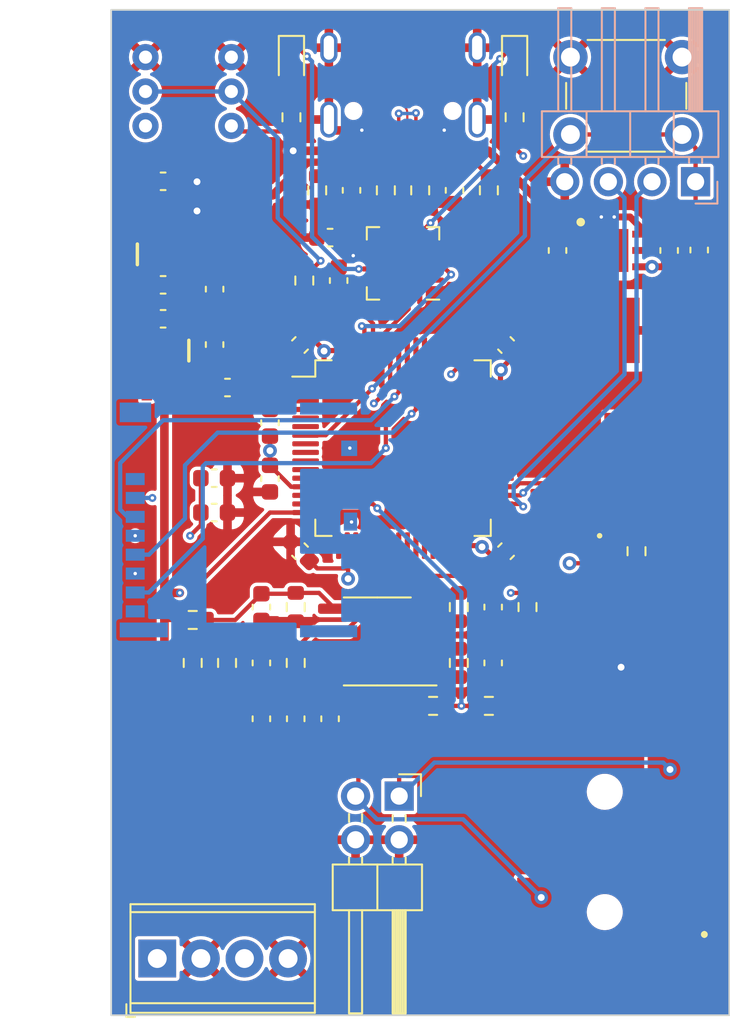
<source format=kicad_pcb>
(kicad_pcb (version 20221018) (generator pcbnew)
  (title_block (title "Signal Generator") (date "2023-01-22") (rev "0"))
  (layers (0 "F.Cu" signal) (1 "In1.Cu" signal) (2 "In2.Cu" signal) (31 "B.Cu" signal) (34 "B.Paste" user) (35 "F.Paste" user) (36 "B.SilkS" user "B.Silkscreen") (37 "F.SilkS" user "F.Silkscreen") (38 "B.Mask" user) (39 "F.Mask" user) (44 "Edge.Cuts" user))
  (net 0 "")
  (net 1 "/USB Connector/USB_D+")
  (net 2 "/SD_Detect")
  (net 3 "GND")
  (net 4 "Net-(D2-K)")
  (net 5 "Net-(U2A-+)")
  (net 6 "Net-(U2B-+)")
  (net 7 "Net-(D1-K)")
  (net 8 "Net-(D3-DIN)")
  (net 10 "/MCU/OSC")
  (net 11 "Net-(U1-USBDM)")
  (net 12 "+3.3V")
  (net 13 "Net-(U1-USBDP)")
  (net 14 "Net-(SW2-B)")
  (net 36 "Net-(D4-A)")
  (net 37 "/MCU/SWCLK")
  (net 38 "+5V")
  (net 50 "/MCU/SWDIO")
  (net 53 "/MCU/UART1_TX")
  (net 55 "/MCU/UART1_RX")
  (net 57 "/USB Connector/USB_D-")
  (net 58 "/USB Connector/CC1")
  (net 59 "/USB Connector/CC2")
  (net 60 "/SD_CS")
  (net 61 "/USB Connector/FT_3V3")
  (net 62 "/SD_MOSI")
  (net 63 "/SD_SCK")
  (net 64 "/SD_MISO")
  (net 65 "/Output Stage/CH1_OUT")
  (net 66 "/DAC2")
  (net 67 "/DAC1")
  (net 68 "/Output Stage/CH2_OUT")
  (net 69 "+12VA")
  (net 70 "/MCU/NRST")
  (net 71 "Net-(D1-A)")
  (net 72 "Net-(D2-A)")
  (net 73 "/ADC1")
  (net 74 "/ADC2")
  (net 75 "/MCU/BOOT0")
  (net 78 "/Power/13.12V")
  (net 85 "Net-(U5-FB)")
  (net 86 "/MCU/LED_DIN")
  (net 87 "Net-(C1-Pad1)")
  (footprint "LED_SMD:LED_0603_1608Metric" (layer "F.Cu") (at 113.5 100.5 -90)
    (fp_text reference "D2" hide)
    (fp_text value "LED Orange" hide)
  )
  (footprint "Capacitor_SMD:C_0603_1608Metric" (layer "F.Cu") (at 104 108 -90)
    (fp_text reference "C5" hide)
    (fp_text value "47p" hide)
  )
  (footprint "Package_DFN_QFN:QFN-16-1EP_4x4mm_P0.65mm_EP2.1x2.1mm" (layer "F.Cu") (at 107 112.25 180)
    (fp_text reference "U1" hide)
    (fp_text value "FT230XQ" hide)
  )
  (footprint "Resistor_SMD:R_0603_1608Metric" (layer "F.Cu") (at 108.75 138)
    (fp_text reference "R9" hide)
    (fp_text value "240k" hide)
  )
  (footprint "Capacitor_SMD:C_0603_1608Metric" (layer "F.Cu") (at 96.775 119.475)
    (fp_text reference "C27" hide)
    (fp_text value "1u" hide)
  )
  (footprint "Signal Generator Components:TLV61048" (layer "F.Cu") (at 93.025 110.475 90)
    (fp_text reference "U5")
    (fp_text value "TLV61048" hide)
  )
  (footprint "Capacitor_SMD:C_0603_1608Metric" (layer "F.Cu") (at 103.25 113.25 90)
    (fp_text reference "C20" hide)
    (fp_text value "4.7u" hide)
  )
  (footprint "Resistor_SMD:R_0603_1608Metric" (layer "F.Cu") (at 106 108 -90)
    (fp_text reference "R5" hide)
    (fp_text value "27" hide)
  )
  (footprint "Capacitor_SMD:C_0603_1608Metric" (layer "F.Cu") (at 102.75 110.75 180)
    (fp_text reference "C6" hide)
    (fp_text value "100n" hide)
  )
  (footprint "Capacitor_SMD:C_0603_1608Metric" (layer "F.Cu") (at 93.025 113.5)
    (fp_text reference "R19" hide)
    (fp_text value "1.54M" hide)
  )
  (footprint "Signal Generator Components:XAL4030" (layer "F.Cu") (at 97.525 109.475 -90)
    (fp_text reference "L1")
    (fp_text value "4.7u" hide)
  )
  (footprint "Capacitor_SMD:C_0603_1608Metric" (layer "F.Cu") (at 98.75 135.5 -90)
    (fp_text reference "C9" hide)
    (fp_text value "0.5p" hide)
  )
  (footprint "Signal Generator Components:USB4105-GF-A" (layer "F.Cu") (at 107 99.7 180)
    (fp_text reference "J5")
    (fp_text value "USB_C_Receptacle_USB2.0" hide)
  )
  (footprint "Resistor_SMD:R_0603_1608Metric" (layer "F.Cu") (at 96.75 135.5 90)
    (fp_text reference "R14" hide)
    (fp_text value "240k" hide)
  )
  (footprint "Capacitor_SMD:C_0603_1608Metric" (layer "F.Cu") (at 124.25 111.475 -90)
    (fp_text reference "C22" hide)
    (fp_text value "100n" hide)
  )
  (footprint "Resistor_SMD:R_0603_1608Metric" (layer "F.Cu") (at 101.25 113.25 90)
    (fp_text reference "R18" hide)
    (fp_text value "10k" hide)
  )
  (footprint "Signal Generator Components:WCAP-PSHP" (layer "F.Cu") (at 119.75 119.5 90)
    (fp_text reference "C1")
    (fp_text value "330u" hide)
  )
  (footprint "Capacitor_SMD:C_0603_1608Metric" (layer "F.Cu") (at 99.25 121.525 90)
    (fp_text reference "C14" hide)
    (fp_text value "10n" hide)
  )
  (footprint "Resistor_SMD:R_0603_1608Metric" (layer "F.Cu") (at 94.75 133 180)
    (fp_text reference "R13" hide)
    (fp_text value "4.75k" hide)
  )
  (footprint "Capacitor_SMD:C_0603_1608Metric" (layer "F.Cu") (at 113 129 45)
    (fp_text reference "C18" hide)
    (fp_text value "100n" hide)
  )
  (footprint "Capacitor_SMD:C_0603_1608Metric" (layer "F.Cu") (at 99.25 124.775 -90)
    (fp_text reference "C19" hide)
    (fp_text value "1u" hide)
  )
  (footprint "Resistor_SMD:R_0603_1608Metric" (layer "F.Cu") (at 112 138)
    (fp_text reference "R11" hide)
    (fp_text value "91k" hide)
  )
  (footprint "Capacitor_SMD:C_0603_1608Metric" (layer "F.Cu") (at 112.25 132.25 90)
    (fp_text reference "C8" hide)
    (fp_text value "100n" hide)
  )
  (footprint "Signal Generator Components:LDK320AM120R" (layer "F.Cu") (at 93.025 118.475 -90)
    (fp_text reference "U6")
    (fp_text value "LDK320AM120R" hide)
  )
  (footprint "Resistor_SMD:R_0603_1608Metric" (layer "F.Cu") (at 100.75 135.5 -90)
    (fp_text reference "R12" hide)
    (fp_text value "46.4k" hide)
  )
  (footprint "Signal Generator Components:BZT52C10-TP" (layer "F.Cu") (at 98.275 115.1 90)
    (fp_text reference "D4")
    (fp_text value "D_Zener" hide)
  )
  (footprint "Resistor_SMD:R_0603_1608Metric" (layer "F.Cu") (at 102 108 -90)
    (fp_text reference "R1" hide)
    (fp_text value "5.1k" hide)
  )
  (footprint "Resistor_SMD:R_0603_1608Metric" (layer "F.Cu") (at 110.25 132.25 -90)
    (fp_text reference "R10" hide)
    (fp_text value "1.33k" hide)
  )
  (footprint "Resistor_SMD:R_0603_1608Metric" (layer "F.Cu") (at 94.75 135.5 -90)
    (fp_text reference "R16" hide)
    (fp_text value "91k" hide)
  )
  (footprint "Signal Generator Components:SJ-3523-SMT-TR" (layer "F.Cu") (at 118.75 153.5 90)
    (fp_text reference "J1")
    (fp_text value "AudioJack3" hide)
  )
  (footprint "Resistor_SMD:R_0603_1608Metric" (layer "F.Cu") (at 100.5 103.75 90)
    (fp_text reference "R3" hide)
    (fp_text value "3.32" hide)
  )
  (footprint "Capacitor_SMD:C_0603_1608Metric" (layer "F.Cu") (at 102.75 138.75 -90)
    (fp_text reference "C10" hide)
    (fp_text value "100p" hide)
  )
  (footprint "Capacitor_SMD:C_0603_1608Metric" (layer "F.Cu") (at 122.5 111.5 90)
    (fp_text reference "C24" hide)
    (fp_text value "1u" hide)
  )
  (footprint "Capacitor_SMD:C_0603_1608Metric" (layer "F.Cu") (at 98.75 132.25 -90)
    (fp_text reference "C13" hide)
    (fp_text value "100n" hide)
  )
  (footprint "Capacitor_SMD:C_0603_1608Metric" (layer "F.Cu") (at 96 126.75)
    (fp_text reference "C3" hide)
    (fp_text value "100n" hide)
  )
  (footprint "Resistor_SMD:R_0603_1608Metric" (layer "F.Cu") (at 114.25 132.25 90)
    (fp_text reference "R8" hide)
    (fp_text value "4.75k" hide)
  )
  (footprint "Capacitor_SMD:C_0603_1608Metric" (layer "F.Cu") (at 96 124.75)
    (fp_text reference "C2" hide)
    (fp_text value "10u" hide)
  )
  (footprint "Signal Generator Components:LD39050PU33R" (layer "F.Cu") (at 119.25 111.5)
    (fp_text reference "U4")
    (fp_text value "LD39050PU33R" hide)
  )
  (footprint "Resistor_SMD:R_0603_1608Metric" (layer "F.Cu") (at 110.25 135.5 -90)
    (fp_text reference "R7" hide)
    (fp_text value "46.4k" hide)
  )
  (footprint "Resistor_SMD:R_0603_1608Metric" (layer "F.Cu") (at 108 108 90)
    (fp_text reference "R6" hide)
    (fp_text value "27" hide)
  )
  (footprint "Capacitor_SMD:C_0603_1608Metric" (layer "F.Cu") (at 101 117 -135)
    (fp_text reference "C16" hide)
    (fp_text value "100n" hide)
  )
  (footprint "Package_SO:SOIC-8_3.9x4.9mm_P1.27mm" (layer "F.Cu") (at 105.5 134.25 180)
    (fp_text reference "U2" hide)
    (fp_text value "Opamp_Dual" hide)
  )
  (footprint "Package_QFP:LQFP-64_10x10mm_P0.5mm" (layer "F.Cu") (at 107 123)
    (fp_text reference "U3" hide)
    (fp_text value "STM32F103RBTx" hide)
  )
  (footprint "Capacitor_SMD:C_0603_1608Metric" (layer "F.Cu") (at 93.025 115.475)
    (fp_text reference "C28" hide)
    (fp_text value "1u" hide)
  )
  (footprint "Capacitor_SMD:C_0603_1608Metric" (layer "F.Cu") (at 93.025 107.475 180)
    (fp_text reference "C25" hide)
    (fp_text value "1u" hide)
  )
  (footprint "Resistor_SMD:R_0603_1608Metric" (layer "F.Cu") (at 112 108 90)
    (fp_text reference "R2" hide)
    (fp_text value "5.1k" hide)
  )
  (footprint "LED_SMD:LED_0603_1608Metric" (layer "F.Cu") (at 100.5 100.5 -90)
    (fp_text reference "D1" hide)
    (fp_text value "LED Blue" hide)
  )
  (footprint "Capacitor_SMD:C_0603_1608Metric" (layer "F.Cu") (at 110 108 -90)
    (fp_text reference "C4" hide)
    (fp_text value "47p" hide)
  )
  (footprint "Capacitor_SMD:C_0603_1608Metric" (layer "F.Cu") (at 98.75 138.75 -90)
    (fp_text reference "C12" hide)
    (fp_text value "6.8u" hide)
  )
  (footprint "Capacitor_SMD:C_0603_1608Metric" (layer "F.Cu") (at 96.025 113.75 -90)
    (fp_text reference "R20" hide)
    (fp_text value "100k" hide)
  )
  (footprint "Resistor_SMD:R_0603_1608Metric" (layer "F.Cu") (at 113.5 103.75 -90)
    (fp_text reference "R4" hide)
    (fp_text value "43.2" hide)
  )
  (footprint "Connector_PinHeader_2.54mm:PinHeader_2x02_P2.54mm_Horizontal" (layer "F.Cu") (at 106.775 143.25 -90)
    (fp_text reference "J2" hide)
    (fp_text value "Conn_02x02_Odd_Even" hide)
  )
  (footprint "Button_Switch_THT:SW_PUSH_6mm_H5mm" (layer "F.Cu") (at 116.75 100.25)
    (fp_text reference "SW1" hide)
    (fp_text value "SW_Push" hide)
  )
  (footprint "Capacitor_SMD:C_0603_1608Metric" (layer "F.Cu") (at 116 111.5 -90)
    (fp_text reference "C23" hide)
    (fp_text value "1u" hide)
  )
  (footprint "TerminalBlock_Phoenix:TerminalBlock_Phoenix_MPT-0,5-4-2.54_1x04_P2.54mm_Horizontal" (layer "F.Cu") (at 92.685 152.7)
    (fp_text reference "J3" hide)
    (fp_text value "Screw_Terminal_01x04" hide)
  )
  (footprint "Signal Generator Components:TG2520SMN_16.0000M-MCGNNM0" (layer "F.Cu") (at 116.75 129 180)
    (fp_text reference "Y1")
    (fp_text value "TG2520SMN_16.0000M-MCGNNM0" hide)
  )
  (footprint "Capacitor_SMD:C_0603_1608Metric" (layer "F.Cu") (at 100.75 138.75 -90)
    (fp_text reference "C11" hide)
    (fp_text value "100n" hide)
  )
  (footprint "Signal Generator Components:IN-PI55QA" (layer "F.Cu") (at 119.15 134.15)
    (fp_text reference "D3")
    (fp_text value "IN-PI55QA" hide)
  )
  (footprint "Capacitor_SMD:C_0603_1608Metric" (layer "F.Cu") (at 96.025 116.975 90)
    (fp_text reference "C26" hide)
    (fp_text value "10u" hide)
  )
  (footprint "Signal Generator Components:Push Button Switch 7x7mm" (layer "F.Cu") (at 91 98.75)
    (fp_text reference "SW2")
    (fp_text value "SW_SPDT" hide)
  )
  (footprint "Resistor_SMD:R_0603_1608Metric" (layer "F.Cu") (at 100.75 132.25 90)
    (fp_text reference "R15" hide)
    (fp_text value "1.33k" hide)
  )
  (footprint "Capacitor_SMD:C_0603_1608Metric" (layer "F.Cu") (at 113 117 135)
    (fp_text reference "C17" hide)
    (fp_text value "100n" hide)
  )
  (footprint "Resistor_SMD:R_0603_1608Metric" (layer "F.Cu") (at 120.6 129 -90)
    (fp_text reference "R17" hide)
    (fp_text value "1k" hide)
  )
  (footprint "Capacitor_SMD:C_0603_1608Metric" (layer "F.Cu") (at 101 129 135)
    (fp_text reference "C15" hide)
    (fp_text value "100n" hide)
  )
  (footprint "Capacitor_SMD:C_0603_1608Metric" (layer "F.Cu") (at 112.25 135.5 -90)
    (fp_text reference "C7" hide)
    (fp_text value "0.5p" hide)
  )
  (footprint "Connector_PinHeader_2.54mm:PinHeader_1x04_P2.54mm_Horizontal" (layer "B.Cu") (at 124.04 107.5 90)
    (fp_text reference "J6" hide)
    (fp_text value "Conn_01x04" hide)
  )
  (footprint "Signal Generator Components:MEM2080-00-128-00-A" (layer "B.Cu") (at 97.015 127.18 -90)
    (fp_text reference "J4")
    (fp_text value "MEM2080-00-128-00-A" hide)
  )
  (gr_rect (start 90 97.5) (end 126 156) (stroke (width 0.1)) (fill none) (layer "Edge.Cuts"))
  (segment (start 106.25 104.38) (end 106.25 103.5) (width 0.125) (layer "F.Cu") (net 1))
  (segment (start 107.25 103.5) (end 107.25 104.38) (width 0.125) (layer "F.Cu") (net 1))
  (segment (start 108.225 107.225) (end 107.25 106.25) (width 0.2) (layer "F.Cu") (net 1))
  (segment (start 110 107.225) (end 108.225 107.225) (width 0.2) (layer "F.Cu") (net 1))
  (segment (start 107.25 106.25) (end 107.25 104.455) (width 0.2) (layer "F.Cu") (net 1))
  (arc (start 106.75 103) (mid 106.396447 103.146447) (end 106.25 103.5) (width 0.125) (layer "F.Cu") (net 1))
  (arc (start 106.75 103) (mid 107.103553 103.146447) (end 107.25 103.5) (width 0.125) (layer "F.Cu") (net 1))
  (segment (start 105.315111 120.4) (end 105.3 120.4) (width 0.25) (layer "F.Cu") (net 2))
  (segment (start 106.25 119.465111) (end 105.315111 120.4) (width 0.25) (layer "F.Cu") (net 2))
  (segment (start 106.25 117.325) (end 106.25 119.465111) (width 0.25) (layer "F.Cu") (net 2))
  (via (at 104 127.3) (size 0.46) (drill 0.2) (layers "F.Cu" "B.Cu") (net 2))
  (via (at 105.3 120.4) (size 0.46) (drill 0.2) (layers "F.Cu" "B.Cu") (net 2))
  (via (at 103.9 123) (size 0.46) (drill 0.2) (layers "F.Cu" "B.Cu") (net 3))
  (via (at 91.4 130.3) (size 0.46) (drill 0.2) (layers "F.Cu" "B.Cu") (net 3))
  (segment (start 108.2 110.3) (end 108.6 109.9) (width 0.25) (layer "F.Cu") (net 4))
  (segment (start 112.65 100.35) (end 113.2875 99.7125) (width 0.25) (layer "F.Cu") (net 4))
  (segment (start 107.975 110.3) (end 108.2 110.3) (width 0.25) (layer "F.Cu") (net 4))
  (segment (start 113.2875 99.7125) (end 113.5 99.7125) (width 0.25) (layer "F.Cu") (net 4))
  (via (at 108.6 109.9) (size 0.46) (drill 0.2) (layers "F.Cu" "B.Cu") (net 4))
  (via (at 112.65 100.35) (size 0.46) (drill 0.2) (layers "F.Cu" "B.Cu") (net 4))
  (segment (start 112.3 106.2) (end 108.6 109.9) (width 0.25) (layer "B.Cu") (net 4))
  (segment (start 112.65 100.35) (end 112.3 100.7) (width 0.25) (layer "B.Cu") (net 4))
  (segment (start 112.3 100.7) (end 112.3 106.2) (width 0.25) (layer "B.Cu") (net 4))
  (segment (start 107.975 133.615) (end 109.71 133.615) (width 0.25) (layer "F.Cu") (net 5))
  (segment (start 112.2 133.075) (end 112.25 133.025) (width 0.25) (layer "F.Cu") (net 5))
  (segment (start 110.25 133.075) (end 112.2 133.075) (width 0.25) (layer "F.Cu") (net 5))
  (segment (start 114.25 133.075) (end 112.3 133.075) (width 0.25) (layer "F.Cu") (net 5))
  (segment (start 112.3 133.075) (end 112.25 133.025) (width 0.25) (layer "F.Cu") (net 5))
  (segment (start 109.71 133.615) (end 110.25 133.075) (width 0.25) (layer "F.Cu") (net 5))
  (segment (start 100.75 131.425) (end 102.105 131.425) (width 0.25) (layer "F.Cu") (net 6))
  (segment (start 102.105 131.425) (end 103.025 132.345) (width 0.25) (layer "F.Cu") (net 6))
  (segment (start 95.575 133) (end 97.225 133) (width 0.25) (layer "F.Cu") (net 6))
  (segment (start 97.225 133) (end 98.75 131.475) (width 0.25) (layer "F.Cu") (net 6))
  (segment (start 98.75 131.475) (end 100.7 131.475) (width 0.25) (layer "F.Cu") (net 6))
  (segment (start 100.7 131.475) (end 100.75 131.425) (width 0.25) (layer "F.Cu") (net 6))
  (segment (start 100.9125 99.7125) (end 100.5 99.7125) (width 0.25) (layer "F.Cu") (net 7))
  (segment (start 104.425 112.575) (end 105.05 112.575) (width 0.25) (layer "F.Cu") (net 7))
  (segment (start 101.4 100.2) (end 100.9125 99.7125) (width 0.25) (layer "F.Cu") (net 7))
  (via (at 104.425 112.575) (size 0.46) (drill 0.2) (layers "F.Cu" "B.Cu") (net 7))
  (via (at 101.4 100.2) (size 0.46) (drill 0.2) (layers "F.Cu" "B.Cu") (net 7))
  (segment (start 101.7 100.5) (end 101.7 110.7) (width 0.25) (layer "B.Cu") (net 7))
  (segment (start 103.575 112.575) (end 104.425 112.575) (width 0.25) (layer "B.Cu") (net 7))
  (segment (start 101.7 110.7) (end 103.575 112.575) (width 0.25) (layer "B.Cu") (net 7))
  (segment (start 101.4 100.2) (end 101.7 100.5) (width 0.25) (layer "B.Cu") (net 7))
  (segment (start 117.825 134.875) (end 116.95 135.75) (width 0.25) (layer "F.Cu") (net 8))
  (segment (start 120.6 129.825) (end 121.525 129.825) (width 0.25) (layer "F.Cu") (net 8))
  (segment (start 123.25 131.55) (end 123.25 133.95) (width 0.25) (layer "F.Cu") (net 8))
  (segment (start 122.325 134.875) (end 117.825 134.875) (width 0.25) (layer "F.Cu") (net 8))
  (segment (start 121.525 129.825) (end 123.25 131.55) (width 0.25) (layer "F.Cu") (net 8))
  (segment (start 123.25 133.95) (end 122.325 134.875) (width 0.25) (layer "F.Cu") (net 8))
  (segment (start 114.966116 130.433884) (end 115.7 129.7) (width 0.25) (layer "F.Cu") (net 10))
  (segment (start 107.25 128.675) (end 107.25 129.515685) (width 0.25) (layer "F.Cu") (net 10))
  (segment (start 108.168199 130.433884) (end 114.966116 130.433884) (width 0.25) (layer "F.Cu") (net 10))
  (segment (start 107.25 129.515685) (end 108.168199 130.433884) (width 0.25) (layer "F.Cu") (net 10))
  (segment (start 106.675 109.5) (end 106.675 110.3) (width 0.25) (layer "F.Cu") (net 11))
  (segment (start 106 108.825) (end 106.675 109.5) (width 0.25) (layer "F.Cu") (net 11))
  (segment (start 101.548008 116.451992) (end 102.421016 117.325) (width 0.3) (layer "F.Cu") (net 12))
  (segment (start 97.325 104.575) (end 97 104.25) (width 0.25) (layer "F.Cu") (net 12))
  (segment (start 95.225 127.475) (end 94.6 128.1) (width 0.25) (layer "F.Cu") (net 12))
  (segment (start 103.8 130.034315) (end 103.765685 130) (width 0.25) (layer "F.Cu") (net 12))
  (segment (start 95.225 124.75) (end 95.225 126.75) (width 0.25) (layer "F.Cu") (net 12))
  (segment (start 102.4 117.35) (end 102.4 118.175) (width 0.3) (layer "F.Cu") (net 12))
  (segment (start 102.4 117.3) (end 102.4 117.35) (width 0.3) (layer "F.Cu") (net 12))
  (segment (start 99.25 124.015685) (end 100.484315 125.25) (width 0.25) (layer "F.Cu") (net 12))
  (segment (start 113.5 105.5) (end 114 106) (width 0.25) (layer "F.Cu") (net 12))
  (segment (start 99.25 124) (end 99.25 124.015685) (width 0.25) (layer "F.Cu") (net 12))
  (segment (start 102 130) (end 101.548008 129.548008) (width 0.25) (layer "F.Cu") (net 12))
  (segment (start 111.603984 128.7) (end 111.6 128.7) (width 0.3) (layer "F.Cu") (net 12))
  (segment (start 112.675 118.475) (end 112.7 118.45) (width 0.3) (layer "F.Cu") (net 12))
  (segment (start 112.675 118.421016) (end 112.696016 118.4) (width 0.3) (layer "F.Cu") (net 12))
  (segment (start 112.7 118.396016) (end 113.548008 117.548008) (width 0.3) (layer "F.Cu") (net 12))
  (segment (start 113.5 104.575) (end 113.5 105.5) (width 0.25) (layer "F.Cu") (net 12))
  (segment (start 99.25 122.3) (end 99.25 123.15) (width 0.25) (layer "F.Cu") (net 12))
  (segment (start 112.675 119.25) (end 112.675 118.475) (width 0.3) (layer "F.Cu") (net 12))
  (segment (start 121.5 112.45) (end 122.325 112.45) (width 0.4) (layer "F.Cu") (net 12))
  (segment (start 112.7 118.45) (end 112.675 118.425) (width 0.3) (layer "F.Cu") (net 12))
  (segment (start 102.421016 117.325) (end 103.25 117.325) (width 0.3) (layer "F.Cu") (net 12))
  (segment (start 102.396016 117.3) (end 102.4 117.3) (width 0.3) (layer "F.Cu") (net 12))
  (segment (start 104.25 128.675) (end 104.25 129.515685) (width 0.25) (layer "F.Cu") (net 12))
  (segment (start 120.75 112.45) (end 121.5 112.45) (width 0.4) (layer "F.Cu") (net 12))
  (segment (start 111.6 128.696016) (end 111.603984 128.7) (width 0.3) (layer "F.Cu") (net 12))
  (segment (start 122.325 112.45) (end 122.5 112.275) (width 0.4) (layer "F.Cu") (net 12))
  (segment (start 112.451992 129.548008) (end 111.653984 128.75) (width 0.3) (layer "F.Cu") (net 12))
  (segment (start 111.578984 128.675) (end 110.75 128.675) (width 0.3) (layer "F.Cu") (net 12))
  (segment (start 111.6 128.696016) (end 111.578984 128.675) (width 0.3) (layer "F.Cu") (net 12))
  (segment (start 100.5 104.575) (end 97.325 104.575) (width 0.25) (layer "F.Cu") (net 12))
  (segment (start 99.25 123.15) (end 99.25 124) (width 0.25) (layer "F.Cu") (net 12))
  (segment (start 111.6 128.75) (end 111.6 128.696016) (width 0.3) (layer "F.Cu") (net 12))
  (segment (start 102.4 118.175) (end 101.325 119.25) (width 0.3) (layer "F.Cu") (net 12))
  (segment (start 101.548008 116.451992) (end 102.396016 117.3) (width 0.3) (layer "F.Cu") (net 12))
  (segment (start 112.696016 118.4) (end 112.7 118.4) (width 0.3) (layer "F.Cu") (net 12))
  (segment (start 111.6 128.7) (end 111.6 128.696016) (width 0.3) (layer "F.Cu") (net 12))
  (segment (start 112.675 118.425) (end 112.675 118.421016) (width 0.3) (layer "F.Cu") (net 12))
  (segment (start 103.8 130.6) (end 103.8 130.034315) (width 0.25) (layer "F.Cu") (net 12))
  (segment (start 111.653984 128.75) (end 111.6 128.75) (width 0.3) (layer "F.Cu") (net 12))
  (segment (start 100.484315 125.25) (end 101.325 125.25) (width 0.25) (layer "F.Cu") (net 12))
  (segment (start 95.225 126.75) (end 95.225 127.475) (width 0.25) (layer "F.Cu") (net 12))
  (segment (start 103.765685 130) (end 102 130) (width 0.25) (layer "F.Cu") (net 12))
  (segment (start 104.25 129.515685) (end 103.765685 130) (width 0.25) (layer "F.Cu") (net 12))
  (segment (start 112.7 118.4) (end 112.7 118.396016) (width 0.3) (layer "F.Cu") (net 12))
  (segment (start 117.8 129.7) (end 116.7 129.7) (width 0.25) (layer "F.Cu") (net 12))
  (via (at 99.25 123.15) (size 0.8) (drill 0.4) (layers "F.Cu" "B.Cu") (net 12))
  (via (at 116.7 129.7) (size 0.8) (drill 0.4) (layers "F.Cu" "B.Cu") (net 12))
  (via (at 121.5 112.45) (size 0.8) (drill 0.4) (layers "F.Cu" "B.Cu") (net 12))
  (via (at 112.7 118.45) (size 0.8) (drill 0.4) (layers "F.Cu" "B.Cu") (net 12))
  (via (at 91.4 128.1) (size 0.46) (drill 0.2) (layers "F.Cu" "B.Cu") (net 12))
  (via (at 103.8 130.6) (size 0.8) (drill 0.4) (layers "F.Cu" "B.Cu") (net 12))
  (via (at 111.6 128.75) (size 0.8) (drill 0.4) (layers "F.Cu" "B.Cu") (net 12))
  (via (at 94.6 128.1) (size 0.46) (drill 0.2) (layers "F.Cu" "B.Cu") (net 12))
  (via (at 114 106) (size 0.46) (drill 0.2) (layers "F.Cu" "B.Cu") (net 12))
  (via (at 102.4 117.35) (size 0.8) (drill 0.4) (layers "F.Cu" "B.Cu") (net 12))
  (segment (start 108 108.825) (end 107.325 109.5) (width 0.25) (layer "F.Cu") (net 13))
  (segment (start 107.325 109.5) (end 107.325 110.3) (width 0.25) (layer "F.Cu") (net 13))
  (segment (start 101.25 112.425) (end 101.875 112.425) (width 0.25) (layer "F.Cu") (net 14))
  (segment (start 101.875 112.425) (end 102.2 112.1) (width 0.25) (layer "F.Cu") (net 14))
  (via (at 102.2 112.1) (size 0.46) (drill 0.2) (layers "F.Cu" "B.Cu") (net 14))
  (segment (start 97 102.25) (end 92 102.25) (width 0.25) (layer "B.Cu") (net 14))
  (segment (start 99.7 104.95) (end 97 102.25) (width 0.25) (layer "B.Cu") (net 14))
  (segment (start 102.2 112.1) (end 99.7 109.6) (width 0.25) (layer "B.Cu") (net 14))
  (segment (start 99.7 109.6) (end 99.7 104.95) (width 0.25) (layer "B.Cu") (net 14))
  (segment (start 112.675 125.75) (end 113.85 125.75) (width 0.25) (layer "F.Cu") (net 37))
  (segment (start 113.85 125.75) (end 114 125.6) (width 0.25) (layer "F.Cu") (net 37))
  (via (at 114 125.6) (size 0.46) (drill 0.2) (layers "F.Cu" "B.Cu") (net 37))
  (segment (start 114 125.6) (end 120.6 119) (width 0.25) (layer "B.Cu") (net 37))
  (segment (start 120.6 119) (end 120.6 108.4) (width 0.25) (layer "B.Cu") (net 37))
  (segment (start 120.6 108.4) (end 121.5 107.5) (width 0.25) (layer "B.Cu") (net 37))
  (segment (start 121.35 135.75) (end 119.7 135.75) (width 0.25) (layer "F.Cu") (net 38))
  (segment (start 120.75 110.075) (end 120.75 110.55) (width 0.4) (layer "F.Cu") (net 38))
  (segment (start 116 109.725) (end 116 110.725) (width 0.5) (layer "F.Cu") (net 38))
  (segment (start 99.41 108.29) (end 97.525 108.29) (width 0.5) (layer "F.Cu") (net 38))
  (segment (start 104.225 111.925) (end 104.1 111.8) (width 0.25) (layer "F.Cu") (net 38))
  (segment (start 100.6 105.7) (end 100.6 107.1) (width 0.5) (layer "F.Cu") (net 38))
  (segment (start 104.18 105.7) (end 104.6 105.28) (width 0.5) (layer "F.Cu") (net 38))
  (segment (start 117.75 110.55) (end 116.175 110.55) (width 0.4) (layer "F.Cu") (net 38))
  (segment (start 116.175 110.55) (end 116 110.725) (width 0.4) (layer "F.Cu") (net 38))
  (segment (start 109.82 105.7) (end 111.975 105.7) (width 0.5) (layer "F.Cu") (net 38))
  (segment (start 105.05 111.925) (end 104.225 111.925) (width 0.25) (layer "F.Cu") (net 38))
  (segment (start 109.4 105.28) (end 109.82 105.7) (width 0.5) (layer "F.Cu") (net 38))
  (segment (start 100.6 105.7) (end 104.18 105.7) (width 0.5) (layer "F.Cu") (net 38))
  (segment (start 117.75 109.95) (end 118.15 109.55) (width 0.4) (layer "F.Cu") (net 38))
  (segment (start 111.975 105.7) (end 116 109.725) (width 0.5) (layer "F.Cu") (net 38))
  (segment (start 109.4 104.5) (end 109.4 105.28) (width 0.5) (layer "F.Cu") (net 38))
  (segment (start 117.75 110.55) (end 117.75 109.95) (width 0.4) (layer "F.Cu") (net 38))
  (segment (start 118.15 109.55) (end 118.55 109.55) (width 0.4) (layer "F.Cu") (net 38))
  (segment (start 104.6 104.5) (end 104.6 104.455) (width 0.5) (layer "F.Cu") (net 38))
  (segment (start 120.225 109.55) (end 120.75 110.075) (width 0.4) (layer "F.Cu") (net 38))
  (segment (start 118.55 109.55) (end 119.3 109.55) (width 0.4) (layer "F.Cu") (net 38))
  (segment (start 119.3 109.55) (end 120.225 109.55) (width 0.4) (layer "F.Cu") (net 38))
  (segment (start 104.6 105.28) (end 104.6 104.5) (width 0.5) (layer "F.Cu") (net 38))
  (segment (start 100.6 107.1) (end 99.41 108.29) (width 0.5) (layer "F.Cu") (net 38))
  (via (at 118.55 109.55) (size 0.46) (drill 0.2) (layers "F.Cu" "B.Cu") (net 38))
  (via (at 104.6 104.5) (size 0.46) (drill 0.2) (layers "F.Cu" "B.Cu") (net 38))
  (via (at 95 107.5) (size 0.8) (drill 0.4) (layers "F.Cu" "B.Cu") (net 38))
  (via (at 104.1 111.8) (size 0.46) (drill 0.2) (layers "F.Cu" "B.Cu") (net 38))
  (via (at 119.3 109.55) (size 0.46) (drill 0.2) (layers "F.Cu" "B.Cu") (net 38))
  (via (at 119.7 135.75) (size 0.8) (drill 0.4) (layers "F.Cu" "B.Cu") (net 38))
  (via (at 95 109.2) (size 0.8) (drill 0.4) (layers "F.Cu" "B.Cu") (net 38))
  (via (at 100.6 105.7) (size 0.8) (drill 0.4) (layers "F.Cu" "B.Cu") (net 38))
  (via (at 109.4 104.5) (size 0.46) (drill 0.2) (layers "F.Cu" "B.Cu") (net 38))
  (segment (start 114 126.4) (end 113.85 126.25) (width 0.25) (layer "F.Cu") (net 50))
  (segment (start 113.85 126.25) (end 112.675 126.25) (width 0.25) (layer "F.Cu") (net 50))
  (via (at 114 126.4) (size 0.46) (drill 0.2) (layers "F.Cu" "B.Cu") (net 50))
  (segment (start 114 126.4) (end 113.445 125.845) (width 0.25) (layer "B.Cu") (net 50))
  (segment (start 119.9 118.7) (end 119.9 108.44) (width 0.25) (layer "B.Cu") (net 50))
  (segment (start 119.9 108.44) (end 118.96 107.5) (width 0.25) (layer "B.Cu") (net 50))
  (segment (start 113.445 125.845) (end 113.445 125.155) (width 0.25) (layer "B.Cu") (net 50))
  (segment (start 113.445 125.155) (end 119.9 118.7) (width 0.25) (layer "B.Cu") (net 50))
  (segment (start 105.75 117.325) (end 105.75 116.484315) (width 0.25) (layer "F.Cu") (net 53))
  (segment (start 107.325 114.909315) (end 107.325 114.2) (width 0.25) (layer "F.Cu") (net 53))
  (segment (start 105.75 116.484315) (end 107.325 114.909315) (width 0.25) (layer "F.Cu") (net 53))
  (segment (start 104.75 116.05) (end 104.75 117.325) (width 0.25) (layer "F.Cu") (net 55))
  (segment (start 109.475 112.575) (end 108.95 112.575) (width 0.25) (layer "F.Cu") (net 55))
  (segment (start 109.8 112.9) (end 109.475 112.575) (width 0.25) (layer "F.Cu") (net 55))
  (segment (start 104.6 115.9) (end 104.75 116.05) (width 0.25) (layer "F.Cu") (net 55))
  (via (at 109.8 112.9) (size 0.46) (drill 0.2) (layers "F.Cu" "B.Cu") (net 55))
  (via (at 104.6 115.9) (size 0.46) (drill 0.2) (layers "F.Cu" "B.Cu") (net 55))
  (segment (start 109.8 112.9) (end 106.8 115.9) (width 0.25) (layer "B.Cu") (net 55))
  (segment (start 106.8 115.9) (end 104.6 115.9) (width 0.25) (layer "B.Cu") (net 55))
  (segment (start 107.75 103.5) (end 107.75 104.38) (width 0.2) (layer "F.Cu") (net 57))
  (segment (start 105.775 107.225) (end 106.75 106.25) (width 0.2) (layer "F.Cu") (net 57))
  (segment (start 104 107.225) (end 105.775 107.225) (width 0.2) (layer "F.Cu") (net 57))
  (segment (start 106.75 106.25) (end 106.75 103.52678) (width 0.2) (layer "F.Cu") (net 57))
  (via (at 107.75 103.5) (size 0.46) (drill 0.2) (layers "F.Cu" "B.Cu") (net 57))
  (via (at 106.75 103.52678) (size 0.46) (drill 0.2) (layers "F.Cu" "B.Cu") (net 57))
  (segment (start 107.72 103.53) (end 106.75322 103.53) (width 0.2) (layer "B.Cu") (net 57))
  (segment (start 107.75 103.5) (end 107.72 103.53) (width 0.2) (layer "B.Cu") (net 57))
  (segment (start 106.75322 103.53) (end 106.75 103.52678) (width 0.2) (layer "B.Cu") (net 57))
  (segment (start 111.105 106.28) (end 112 107.175) (width 0.25) (layer "F.Cu") (net 58))
  (segment (start 108.25 104.455) (end 108.25 106.255) (width 0.25) (layer "F.Cu") (net 58))
  (segment (start 108.25 106.255) (end 108.275 106.28) (width 0.25) (layer "F.Cu") (net 58))
  (segment (start 108.275 106.28) (end 111.105 106.28) (width 0.25) (layer "F.Cu") (net 58))
  (segment (start 102.895 106.28) (end 102 107.175) (width 0.25) (layer "F.Cu") (net 59))
  (segment (start 105.25 106.255) (end 105.225 106.28) (width 0.25) (layer "F.Cu") (net 59))
  (segment (start 105.225 106.28) (end 102.895 106.28) (width 0.25) (layer "F.Cu") (net 59))
  (segment (start 105.25 104.455) (end 105.25 106.255) (width 0.25) (layer "F.Cu") (net 59))
  (segment (start 109.8 118.7) (end 110.25 118.25) (width 0.25) (layer "F.Cu") (net 60))
  (segment (start 110.25 118.25) (end 110.25 117.325) (width 0.25) (layer "F.Cu") (net 60))
  (via (at 92.4 125.9) (size 0.46) (drill 0.2) (layers "F.Cu" "B.Cu") (net 60))
  (via (at 109.8 118.7) (size 0.46) (drill 0.2) (layers "F.Cu" "B.Cu") (net 60))
  (segment (start 91.4 125.9) (end 92.4 125.9) (width 0.25) (layer "B.Cu") (net 60))
  (segment (start 103.525 110.75) (end 104.525 110.75) (width 0.25) (layer "F.Cu") (net 61))
  (segment (start 104.525 110.75) (end 105.05 111.275) (width 0.25) (layer "F.Cu") (net 61))
  (segment (start 106.025 110.5125) (end 105.2625 111.275) (width 0.25) (layer "F.Cu") (net 61))
  (segment (start 105.2625 111.275) (end 105.05 111.275) (width 0.25) (layer "F.Cu") (net 61))
  (segment (start 106.025 110.3) (end 106.025 110.5125) (width 0.25) (layer "F.Cu") (net 61))
  (segment (start 106.75 119.75) (end 106.5 120) (width 0.25) (layer "F.Cu") (net 62))
  (segment (start 106.75 117.325) (end 106.75 119.75) (width 0.25) (layer "F.Cu") (net 62))
  (via (at 106.5 120) (size 0.46) (drill 0.2) (layers "F.Cu" "B.Cu") (net 62))
  (segment (start 93.025 121.375) (end 105.125 121.375) (width 0.25) (layer "B.Cu") (net 62))
  (segment (start 90.95 127) (end 90.525 126.575) (width 0.25) (layer "B.Cu") (net 62))
  (segment (start 90.525 126.575) (end 90.525 123.875) (width 0.25) (layer "B.Cu") (net 62))
  (segment (start 105.125 121.375) (end 106.5 120) (width 0.25) (layer "B.Cu") (net 62))
  (segment (start 90.525 123.875) (end 93.025 121.375) (width 0.25) (layer "B.Cu") (net 62))
  (segment (start 91.4 127) (end 90.95 127) (width 0.25) (layer "B.Cu") (net 62))
  (segment (start 107.75 120.75) (end 107.5 121) (width 0.25) (layer "F.Cu") (net 63))
  (segment (start 107.75 117.325) (end 107.75 120.75) (width 0.25) (layer "F.Cu") (net 63))
  (via (at 107.5 121) (size 0.46) (drill 0.2) (layers "F.Cu" "B.Cu") (net 63))
  (segment (start 94.3 124) (end 96.2 122.1) (width 0.25) (layer "B.Cu") (net 63))
  (segment (start 106.4 122.1) (end 107.5 121) (width 0.25) (layer "B.Cu") (net 63))
  (segment (start 94.3 127.1) (end 94.3 124) (width 0.25) (layer "B.Cu") (net 63))
  (segment (start 92.2 129.2) (end 94.3 127.1) (width 0.25) (layer "B.Cu") (net 63))
  (segment (start 91.4 129.2) (end 92.2 129.2) (width 0.25) (layer "B.Cu") (net 63))
  (segment (start 96.2 122.1) (end 106.4 122.1) (width 0.25) (layer "B.Cu") (net 63))
  (segment (start 107.25 120.465111) (end 107.25 117.325) (width 0.25) (layer "F.Cu") (net 64))
  (segment (start 106 123) (end 106 121.715111) (width 0.25) (layer "F.Cu") (net 64))
  (segment (start 106 121.715111) (end 107.25 120.465111) (width 0.25) (layer "F.Cu") (net 64))
  (via (at 106 123) (size 0.46) (drill 0.2) (layers "F.Cu" "B.Cu") (net 64))
  (segment (start 95.335 124.060942) (end 95.520942 123.875) (width 0.25) (layer "B.Cu") (net 64))
  (segment (start 91.4 131.4) (end 92.2 131.4) (width 0.25) (layer "B.Cu") (net 64))
  (segment (start 95.520942 123.875) (end 105.125 123.875) (width 0.25) (layer "B.Cu") (net 64))
  (segment (start 105.125 123.875) (end 106 123) (width 0.25) (layer "B.Cu") (net 64))
  (segment (start 95.335 128.265) (end 95.335 124.060942) (width 0.25) (layer "B.Cu") (net 64))
  (segment (start 92.2 131.4) (end 95.335 128.265) (width 0.25) (layer "B.Cu") (net 64))
  (segment (start 108.095 136.275) (end 107.975 136.155) (width 0.25) (layer "F.Cu") (net 65))
  (segment (start 107.975 136.155) (end 107.975 137.95) (width 0.25) (layer "F.Cu") (net 65))
  (segment (start 107.925 138) (end 106.775 139.15) (width 0.25) (layer "F.Cu") (net 65))
  (segment (start 106.775 139.15) (end 106.775 143.35) (width 0.25) (layer "F.Cu") (net 65))
  (segment (start 112.25 136.275) (end 108.095 136.275) (width 0.25) (layer "F.Cu") (net 65))
  (segment (start 107.975 137.95) (end 107.925 138) (width 0.25) (layer "F.Cu") (net 65))
  (via (at 122.55 141.7) (size 0.8) (drill 0.4) (layers "F.Cu" "B.Cu") (net 65))
  (segment (start 122.15 141.3) (end 108.825 141.3) (width 0.25) (layer "B.Cu") (net 65))
  (segment (start 108.825 141.3) (end 106.775 143.35) (width 0.25) (layer "B.Cu") (net 65))
  (segment (start 122.55 141.7) (end 122.15 141.3) (width 0.25) (layer "B.Cu") (net 65))
  (segment (start 105.75 133.35) (end 107.285 134.885) (width 0.25) (layer "F.Cu") (net 66))
  (segment (start 105.75 128.675) (end 105.75 133.35) (width 0.25) (layer "F.Cu") (net 66))
  (segment (start 107.285 134.885) (end 107.975 134.885) (width 0.25) (layer "F.Cu") (net 66))
  (segment (start 107.975 134.885) (end 110.04 134.885) (width 0.25) (layer "F.Cu") (net 66))
  (segment (start 110.25 134.675) (end 112.2 134.675) (width 0.25) (layer "F.Cu") (net 66))
  (segment (start 112.2 134.675) (end 112.25 134.725) (width 0.25) (layer "F.Cu") (net 66))
  (segment (start 110.04 134.885) (end 110.25 134.675) (width 0.25) (layer "F.Cu") (net 66))
  (segment (start 105.25 129.65) (end 105.25 128.675) (width 0.25) (layer "F.Cu") (net 67))
  (segment (start 104.7 130.2) (end 105.25 129.65) (width 0.25) (layer "F.Cu") (net 67))
  (segment (start 103.025 133.615) (end 103.685 133.615) (width 0.25) (layer "F.Cu") (net 67))
  (segment (start 100.75 134.675) (end 101.81 133.615) (width 0.25) (layer "F.Cu") (net 67))
  (segment (start 101.81 133.615) (end 103.025 133.615) (width 0.25) (layer "F.Cu") (net 67))
  (segment (start 104.7 132.6) (end 104.7 130.2) (width 0.25) (layer "F.Cu") (net 67))
  (segment (start 98.75 134.725) (end 100.7 134.725) (width 0.25) (layer "F.Cu") (net 67))
  (segment (start 103.685 133.615) (end 104.7 132.6) (width 0.25) (layer "F.Cu") (net 67))
  (segment (start 100.7 134.725) (end 100.75 134.675) (width 0.25) (layer "F.Cu") (net 67))
  (segment (start 103.401751 134.885) (end 104.4 135.883249) (width 0.25) (layer "F.Cu") (net 68))
  (segment (start 96.75 136.325) (end 101.175 136.325) (width 0.25) (layer "F.Cu") (net 68))
  (segment (start 102.615 134.885) (end 103.025 134.885) (width 0.25) (layer "F.Cu") (net 68))
  (segment (start 104.4 143.085) (end 104.235 143.25) (width 0.25) (layer "F.Cu") (net 68))
  (segment (start 101.175 136.325) (end 102.615 134.885) (width 0.25) (layer "F.Cu") (net 68))
  (segment (start 103.025 134.885) (end 103.401751 134.885) (width 0.25) (layer "F.Cu") (net 68))
  (segment (start 104.4 135.883249) (end 104.4 143.085) (width 0.25) (layer "F.Cu") (net 68))
  (via (at 115.05 149.15) (size 0.8) (drill 0.4) (layers "F.Cu" "B.Cu") (net 68))
  (segment (start 105.485 144.6) (end 110.5 144.6) (width 0.25) (layer "B.Cu") (net 68))
  (segment (start 104.235 143.35) (end 105.485 144.6) (width 0.25) (layer "B.Cu") (net 68))
  (segment (start 110.5 144.6) (end 115.05 149.15) (width 0.25) (layer "B.Cu") (net 68))
  (segment (start 113.275 131.425) (end 114.25 131.425) (width 0.25) (layer "F.Cu") (net 69))
  (segment (start 98.75 137.975) (end 100.75 137.975) (width 0.5) (layer "F.Cu") (net 69))
  (segment (start 93.1 133) (end 93.1 136.85) (width 0.5) (layer "F.Cu") (net 69))
  (segment (start 93.975 119.625) (end 93.1 120.5) (width 0.5) (layer "F.Cu") (net 69))
  (segment (start 93.1 131.425) (end 94 131.425) (width 0.5) (layer "F.Cu") (net 69))
  (segment (start 93.1 120.5) (end 93.1 131.5) (width 0.5) (layer "F.Cu") (net 69))
  (segment (start 93.1 131.5) (end 93.1 133) (width 0.5) (layer "F.Cu") (net 69))
  (segment (start 102.75 136.43) (end 103.025 136.155) (width 0.5) (layer "F.Cu") (net 69))
  (segment (start 102.75 137.975) (end 102.75 136.43) (width 0.5) (layer "F.Cu") (net 69))
  (segment (start 93.925 133) (end 93.1 133) (width 0.25) (layer "F.Cu") (net 69))
  (segment (start 94.225 137.975) (end 98.75 137.975) (width 0.5) (layer "F.Cu") (net 69))
  (segment (start 100.75 137.975) (end 102.75 137.975) (width 0.5) (layer "F.Cu") (net 69))
  (segment (start 93.1 136.85) (end 94.225 137.975) (width 0.5) (layer "F.Cu") (net 69))
  (via (at 113.275 131.425) (size 0.46) (drill 0.2) (layers "F.Cu" "B.Cu") (net 69))
  (via (at 94 131.425) (size 0.46) (drill 0.2) (layers "F.Cu" "B.Cu") (net 69))
  (segment (start 124.04 107.5) (end 124.04 105.54) (width 0.25) (layer "F.Cu") (net 70))
  (segment (start 123.25 104.75) (end 116.75 104.75) (width 0.25) (layer "F.Cu") (net 70))
  (segment (start 124.04 110.49) (end 124.25 110.7) (width 0.25) (layer "F.Cu") (net 70))
  (segment (start 102.492091 122.25) (end 101.325 122.25) (width 0.25) (layer "F.Cu") (net 70))
  (segment (start 124.04 105.54) (end 123.25 104.75) (width 0.25) (layer "F.Cu") (net 70))
  (segment (start 124.04 107.5) (end 124.04 110.49) (width 0.25) (layer "F.Cu") (net 70))
  (segment (start 105.2 119.542091) (end 102.492091 122.25) (width 0.25) (layer "F.Cu") (net 70))
  (via (at 105.2 119.542091) (size 0.46) (drill 0.2) (layers "F.Cu" "B.Cu") (net 70))
  (segment (start 114.1 107.4) (end 116.75 104.75) (width 0.25) (layer "B.Cu") (net 70))
  (segment (start 105.2 119.542091) (end 114.1 110.642091) (width 0.25) (layer "B.Cu") (net 70))
  (segment (start 114.1 110.642091) (end 114.1 107.4) (width 0.25) (layer "B.Cu") (net 70))
  (segment (start 100.5 101.2875) (end 100.5 102.925) (width 0.25) (layer "F.Cu") (net 71))
  (segment (start 113.5 101.2875) (end 113.5 102.925) (width 0.25) (layer "F.Cu") (net 72))
  (segment (start 105.5 126.5) (end 105.25 126.25) (width 0.25) (layer "F.Cu") (net 73))
  (segment (start 110.4 138) (end 111.175 138) (width 0.25) (layer "F.Cu") (net 73))
  (segment (start 109.575 138) (end 110.4 138) (width 0.25) (layer "F.Cu") (net 73))
  (segment (start 105.25 126.25) (end 101.325 126.25) (width 0.25) (layer "F.Cu") (net 73))
  (via (at 110.4 138) (size 0.46) (drill 0.2) (layers "F.Cu" "B.Cu") (net 73))
  (via (at 105.5 126.5) (size 0.46) (drill 0.2) (layers "F.Cu" "B.Cu") (net 73))
  (segment (start 105.5 126.5) (end 110.4 131.4) (width 0.25) (layer "B.Cu") (net 73))
  (segment (start 110.4 131.4) (end 110.4 138) (width 0.25) (layer "B.Cu") (net 73))
  (segment (start 99.25 126.75) (end 101.325 126.75) (width 0.25) (layer "F.Cu") (net 74))
  (segment (start 94.75 134.675) (end 94.75 131.25) (width 0.25) (layer "F.Cu") (net 74))
  (segment (start 94.75 131.25) (end 99.25 126.75) (width 0.25) (layer "F.Cu") (net 74))
  (segment (start 94.75 134.675) (end 96.75 134.675) (width 0.25) (layer "F.Cu") (net 74))
  (segment (start 105.25 115.75) (end 105.25 117.325) (width 0.25) (layer "F.Cu") (net 75))
  (segment (start 104.7 115.2) (end 105.25 115.75) (width 0.25) (layer "F.Cu") (net 75))
  (segment (start 102.375 115.2) (end 104.7 115.2) (width 0.25) (layer "F.Cu") (net 75))
  (segment (start 101.25 114.075) (end 102.375 115.2) (width 0.25) (layer "F.Cu") (net 75))
  (segment (start 92.25 113.5) (end 92.25 115.475) (width 0.25) (layer "F.Cu") (net 78))
  (segment (start 93.8 113.5) (end 95.5 113.5) (width 0.25) (layer "F.Cu") (net 85))
  (segment (start 93.975 111.775) (end 93.975 113.325) (width 0.25) (layer "F.Cu") (net 85))
  (segment (start 95.5 113.5) (end 96.025 112.975) (width 0.25) (layer "F.Cu") (net 85))
  (segment (start 93.975 113.325) (end 93.8 113.5) (width 0.25) (layer "F.Cu") (net 85))
  (segment (start 112.675 125.25) (end 113.565111 125.25) (width 0.25) (layer "F.Cu") (net 86))
  (segment (start 113.770111 125.045) (end 117.47 125.045) (width 0.25) (layer "F.Cu") (net 86))
  (segment (start 117.47 125.045) (end 120.6 128.175) (width 0.25) (layer "F.Cu") (net 86))
  (segment (start 113.565111 125.25) (end 113.770111 125.045) (width 0.25) (layer "F.Cu") (net 86))
  (segment (start 119.75 122.85) (end 124.85 127.95) (width 0.5) (layer "F.Cu") (net 87))
  (segment (start 124.85 127.95) (end 124.85 148.7) (width 0.5) (layer "F.Cu") (net 87))
  (segment (start 124.85 148.7) (end 122.45 151.1) (width 0.5) (layer "F.Cu") (net 87))
  (zone (net 36) (net_name "Net-(D4-A)") (layer "F.Cu") (priority 1) (connect_pads yes (clearance 0.2)) (min_thickness 0.2) (fill yes (thermal_gap 0.508) (thermal_bridge_width 0.508) (island_removal_mode 2) (island_area_min 10))
    (polygon (pts (xy 92.375 112.325) (xy 92.375 111.225) (xy 92.725 110.875) (xy 95.55 110.875) (xy 95.825 111.15) (xy 96.525 111.15) (xy 97.675 112.3) (xy 97.675 113.875) (xy 98.875 113.875) (xy 98.875 111.5) (xy 99.225 111.15) (xy 99.225 110.175) (xy 92.025 110.175) (xy 91.775 110.425) (xy 91.775 112.325)))
  )
  (zone (net 78) (net_name "/Power/13.12V") (layer "F.Cu") (priority 3) (connect_pads yes (clearance 0.2)) (min_thickness 0.2) (fill yes (thermal_gap 0.508) (thermal_bridge_width 0.508) (island_removal_mode 2) (island_area_min 10))
    (polygon (pts (xy 91.8 115) (xy 91.8 116.7) (xy 91.775 116.725) (xy 92.375 116.725) (xy 92.375 116.15) (xy 92.7 115.825) (xy 92.7 115)))
  )
  (zone (net 78) (net_name "/Power/13.12V") (layer "F.Cu") (priority 2) (connect_pads yes (clearance 0.2)) (min_thickness 0.2) (fill yes (thermal_gap 0.508) (thermal_bridge_width 0.508) (island_removal_mode 2) (island_area_min 10))
    (polygon (pts (xy 98.875 116.675) (xy 97.675 116.675) (xy 97.05 117.3) (xy 94.85 117.3) (xy 94.275 116.725) (xy 93.675 116.725) (xy 93.675 117.925) (xy 93.325 118.275) (xy 92.725 118.275) (xy 92.375 117.925) (xy 92.375 116.725) (xy 91.775 116.725) (xy 91.775 118.475) (xy 92.025 118.725) (xy 95.025 118.725) (xy 95.55 118.2) (xy 98.225 118.2) (xy 98.875 117.55)))
  )
  (zone (net 38) (net_name "+5V") (layer "F.Cu") (connect_pads yes (clearance 0.2)) (min_thickness 0.2) (fill yes (thermal_gap 0.508) (thermal_bridge_width 0.508) (island_removal_mode 2) (island_area_min 10))
    (polygon (pts (xy 99.225 108.775) (xy 99.225 107.8) (xy 95.825 107.8) (xy 94.275 107) (xy 93.35 107) (xy 93.35 107.95) (xy 92.725 108.625) (xy 92.725 109.725) (xy 94.275 109.725) (xy 95.825 108.775)))
  )
  (zone (net 3) (net_name "GND") (layers "F.Cu" "In1.Cu") (priority 4) (connect_pads (clearance 0.2)) (min_thickness 0.2) (fill yes (thermal_gap 0.5) (thermal_bridge_width 0.5) (island_removal_mode 2) (island_area_min 10))
    (polygon (pts (xy 90 97.5) (xy 126 97.5) (xy 126 156) (xy 90 156)))
  )
  (zone (net 38) (net_name "+5V") (layer "B.Cu") (priority 6) (connect_pads (clearance 0.2)) (min_thickness 0.2) (fill yes (thermal_gap 0.5) (thermal_bridge_width 0.5) (island_removal_mode 2) (island_area_min 20))
    (polygon (pts (xy 90 97.5) (xy 126 97.5) (xy 126 156) (xy 90 156)))
  )
)
</source>
